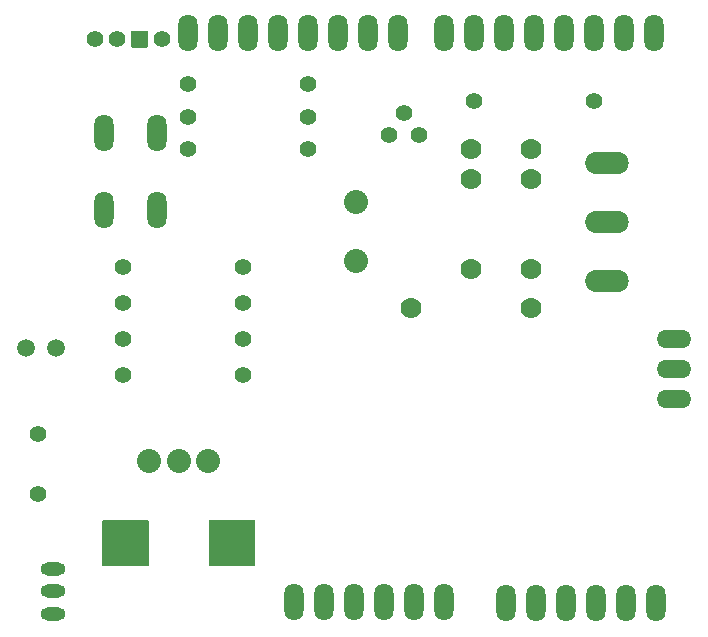
<source format=gbr>
%TF.GenerationSoftware,KiCad,Pcbnew,5.1.9-73d0e3b20d~88~ubuntu20.04.1*%
%TF.CreationDate,2021-04-10T10:54:25+05:30*%
%TF.ProjectId,shield-V1p2,73686965-6c64-42d5-9631-70322e6b6963,rev?*%
%TF.SameCoordinates,Original*%
%TF.FileFunction,Soldermask,Bot*%
%TF.FilePolarity,Negative*%
%FSLAX46Y46*%
G04 Gerber Fmt 4.6, Leading zero omitted, Abs format (unit mm)*
G04 Created by KiCad (PCBNEW 5.1.9-73d0e3b20d~88~ubuntu20.04.1) date 2021-04-10 10:54:25*
%MOMM*%
%LPD*%
G01*
G04 APERTURE LIST*
%ADD10O,1.625600X3.149600*%
%ADD11C,1.422400*%
%ADD12C,1.409600*%
%ADD13C,2.032000*%
%ADD14O,2.117600X1.109600*%
%ADD15C,1.778000*%
%ADD16C,1.501600*%
%ADD17O,3.683000X1.892300*%
%ADD18O,2.946400X1.524000*%
G04 APERTURE END LIST*
D10*
%TO.C,JP1*%
X134785100Y-81000600D03*
X137325100Y-81000600D03*
X139865100Y-81000600D03*
X142405100Y-81000600D03*
X144945100Y-81000600D03*
X147485100Y-81000600D03*
X150025100Y-81000600D03*
X152565100Y-81000600D03*
%TD*%
%TO.C,JP2*%
X156502100Y-81000600D03*
X159042100Y-81000600D03*
X161582100Y-81000600D03*
X164122100Y-81000600D03*
X166662100Y-81000600D03*
X169202100Y-81000600D03*
X171742100Y-81000600D03*
X174282100Y-81000600D03*
%TD*%
%TO.C,JP3*%
X143802100Y-129133600D03*
X146342100Y-129133600D03*
X148882100Y-129133600D03*
X151422100Y-129133600D03*
X153962100Y-129133600D03*
X156502100Y-129133600D03*
%TD*%
%TO.C,JP4*%
X161709100Y-129260600D03*
X164249100Y-129260600D03*
X166789100Y-129260600D03*
X169329100Y-129260600D03*
X171869100Y-129260600D03*
X174409100Y-129260600D03*
%TD*%
%TO.C,BUTTON1*%
X127698500Y-95935800D03*
X132219700Y-95935800D03*
X127698500Y-89433400D03*
X132219700Y-89433400D03*
%TD*%
D11*
%TO.C,R6*%
X129324100Y-100812600D03*
X139484100Y-100812600D03*
%TD*%
D12*
%TO.C,RGB1*%
X126911100Y-81508600D03*
X132626100Y-81508600D03*
G36*
G01*
X131375100Y-82213400D02*
X130067100Y-82213400D01*
G75*
G02*
X130016300Y-82162600I0J50800D01*
G01*
X130016300Y-80854600D01*
G75*
G02*
X130067100Y-80803800I50800J0D01*
G01*
X131375100Y-80803800D01*
G75*
G02*
X131425900Y-80854600I0J-50800D01*
G01*
X131425900Y-82162600D01*
G75*
G02*
X131375100Y-82213400I-50800J0D01*
G01*
G37*
X128816100Y-81508600D03*
%TD*%
D11*
%TO.C,R1*%
X144945100Y-85318600D03*
X134785100Y-85318600D03*
%TD*%
%TO.C,R2*%
X144945100Y-88112600D03*
X134785100Y-88112600D03*
%TD*%
%TO.C,R3*%
X144945100Y-90779600D03*
X134785100Y-90779600D03*
%TD*%
%TO.C,POT1*%
G36*
G01*
X131478900Y-122290600D02*
X131478900Y-126100600D01*
G75*
G02*
X131428100Y-126151400I-50800J0D01*
G01*
X127618100Y-126151400D01*
G75*
G02*
X127567300Y-126100600I0J50800D01*
G01*
X127567300Y-122290600D01*
G75*
G02*
X127618100Y-122239800I50800J0D01*
G01*
X131428100Y-122239800D01*
G75*
G02*
X131478900Y-122290600I0J-50800D01*
G01*
G37*
G36*
G01*
X140478900Y-122290600D02*
X140478900Y-126100600D01*
G75*
G02*
X140428100Y-126151400I-50800J0D01*
G01*
X136618100Y-126151400D01*
G75*
G02*
X136567300Y-126100600I0J50800D01*
G01*
X136567300Y-122290600D01*
G75*
G02*
X136618100Y-122239800I50800J0D01*
G01*
X140428100Y-122239800D01*
G75*
G02*
X140478900Y-122290600I0J-50800D01*
G01*
G37*
D13*
X136523100Y-117195600D03*
X131523100Y-117195600D03*
X134023100Y-117195600D03*
%TD*%
D14*
%TO.C,HALL1*%
X123355100Y-130149600D03*
X123355100Y-126339600D03*
X123355100Y-128244600D03*
%TD*%
D15*
%TO.C,RELAY1*%
X163868100Y-100939600D03*
X158788100Y-100939600D03*
X163868100Y-93319600D03*
X158788100Y-93319600D03*
X158788100Y-90779600D03*
X163868100Y-90779600D03*
%TD*%
D11*
%TO.C,THERM1*%
X122085100Y-114909600D03*
X122085100Y-119989600D03*
%TD*%
%TO.C,R7*%
X139484100Y-109956600D03*
X129324100Y-109956600D03*
%TD*%
D16*
%TO.C,PHOTO1*%
X123609100Y-107670600D03*
X121069100Y-107670600D03*
%TD*%
D11*
%TO.C,R8*%
X139484100Y-106908600D03*
X129324100Y-106908600D03*
%TD*%
%TO.C,T1*%
X151803100Y-89636600D03*
X153073100Y-87731600D03*
X154343100Y-89636600D03*
%TD*%
D15*
%TO.C,D1*%
X163868100Y-104241600D03*
X153708100Y-104241600D03*
%TD*%
D17*
%TO.C,X1*%
X170325100Y-102002600D03*
X170325100Y-97002600D03*
X170325100Y-92002600D03*
%TD*%
D11*
%TO.C,R9*%
X159042100Y-86715600D03*
X169202100Y-86715600D03*
%TD*%
%TO.C,R10*%
X139484100Y-103860600D03*
X129324100Y-103860600D03*
%TD*%
D13*
%TO.C,PIEZO1*%
X149009100Y-100264600D03*
X149009100Y-95264600D03*
%TD*%
D18*
%TO.C,SERVO1*%
X175933100Y-106908600D03*
X175933100Y-109448600D03*
X175933100Y-111988600D03*
%TD*%
M02*

</source>
